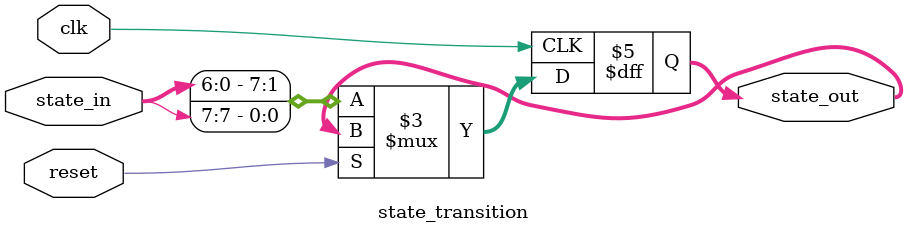
<source format=v>
module ring_counter (
    input wire clk,
    input wire reset,
    output wire [7:0] out
);

    wire [7:0] state;

    // Submodule for state initialization
    state_init init (
        .clk(clk),
        .reset(reset),
        .state(state)
    );

    // Submodule for state transition
    state_transition transition (
        .clk(clk),
        .reset(reset),
        .state_in(state),
        .state_out(out)
    );

endmodule

// Submodule for state initialization
module state_init (
    input wire clk,
    input wire reset,
    output reg [7:0] state
);

    always @ (posedge clk or posedge reset) begin
        if (reset)
            state <= 8'b0000_0001; 
    end

endmodule

// Submodule for state transition
module state_transition (
    input wire clk,
    input wire reset,
    input wire [7:0] state_in,
    output reg [7:0] state_out
);

    always @ (posedge clk) begin
        if (!reset)
            state_out <= {state_in[6:0], state_in[7]}; 
    end

endmodule
</source>
